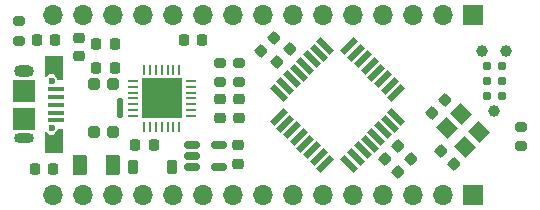
<source format=gbr>
%TF.GenerationSoftware,KiCad,Pcbnew,7.0.5-0*%
%TF.CreationDate,2023-06-05T20:56:04-04:00*%
%TF.ProjectId,mini_arduino_clone,6d696e69-5f61-4726-9475-696e6f5f636c,B*%
%TF.SameCoordinates,Original*%
%TF.FileFunction,Soldermask,Top*%
%TF.FilePolarity,Negative*%
%FSLAX46Y46*%
G04 Gerber Fmt 4.6, Leading zero omitted, Abs format (unit mm)*
G04 Created by KiCad (PCBNEW 7.0.5-0) date 2023-06-05 20:56:04*
%MOMM*%
%LPD*%
G01*
G04 APERTURE LIST*
G04 Aperture macros list*
%AMRoundRect*
0 Rectangle with rounded corners*
0 $1 Rounding radius*
0 $2 $3 $4 $5 $6 $7 $8 $9 X,Y pos of 4 corners*
0 Add a 4 corners polygon primitive as box body*
4,1,4,$2,$3,$4,$5,$6,$7,$8,$9,$2,$3,0*
0 Add four circle primitives for the rounded corners*
1,1,$1+$1,$2,$3*
1,1,$1+$1,$4,$5*
1,1,$1+$1,$6,$7*
1,1,$1+$1,$8,$9*
0 Add four rect primitives between the rounded corners*
20,1,$1+$1,$2,$3,$4,$5,0*
20,1,$1+$1,$4,$5,$6,$7,0*
20,1,$1+$1,$6,$7,$8,$9,0*
20,1,$1+$1,$8,$9,$2,$3,0*%
%AMRotRect*
0 Rectangle, with rotation*
0 The origin of the aperture is its center*
0 $1 length*
0 $2 width*
0 $3 Rotation angle, in degrees counterclockwise*
0 Add horizontal line*
21,1,$1,$2,0,0,$3*%
%AMFreePoly0*
4,1,9,1.050000,0.350000,0.550000,0.000000,0.550000,-0.400000,0.800000,-0.650000,0.800000,-0.800000,-1.050000,-0.800000,-1.050000,0.800000,1.050000,0.800000,1.050000,0.350000,1.050000,0.350000,$1*%
%AMFreePoly1*
4,1,9,1.050000,-0.800000,-0.800000,-0.800000,-0.800000,-0.650000,-0.550000,-0.400000,-0.550000,0.000000,-1.050000,0.350000,-1.050000,0.800000,1.050000,0.800000,1.050000,-0.800000,1.050000,-0.800000,$1*%
G04 Aperture macros list end*
%ADD10RotRect,1.600000X0.550000X135.000000*%
%ADD11RotRect,1.600000X0.550000X225.000000*%
%ADD12RoundRect,0.225000X0.017678X-0.335876X0.335876X-0.017678X-0.017678X0.335876X-0.335876X0.017678X0*%
%ADD13RoundRect,0.225000X0.225000X0.250000X-0.225000X0.250000X-0.225000X-0.250000X0.225000X-0.250000X0*%
%ADD14RoundRect,0.218750X0.256250X-0.218750X0.256250X0.218750X-0.256250X0.218750X-0.256250X-0.218750X0*%
%ADD15RoundRect,0.225000X-0.017678X0.335876X-0.335876X0.017678X0.017678X-0.335876X0.335876X-0.017678X0*%
%ADD16C,0.600000*%
%ADD17R,1.350000X0.400000*%
%ADD18FreePoly0,270.000000*%
%ADD19O,1.700000X1.000000*%
%ADD20R,1.900000X1.900000*%
%ADD21O,1.700000X0.850000*%
%ADD22FreePoly1,270.000000*%
%ADD23RoundRect,0.225000X-0.335876X-0.017678X-0.017678X-0.335876X0.335876X0.017678X0.017678X0.335876X0*%
%ADD24RoundRect,0.250000X-0.250000X0.250000X-0.250000X-0.250000X0.250000X-0.250000X0.250000X0.250000X0*%
%ADD25RoundRect,0.137500X-0.137500X0.712500X-0.137500X-0.712500X0.137500X-0.712500X0.137500X0.712500X0*%
%ADD26RoundRect,0.225000X-0.225000X-0.250000X0.225000X-0.250000X0.225000X0.250000X-0.225000X0.250000X0*%
%ADD27RoundRect,0.062500X-0.062500X0.337500X-0.062500X-0.337500X0.062500X-0.337500X0.062500X0.337500X0*%
%ADD28RoundRect,0.062500X-0.337500X0.062500X-0.337500X-0.062500X0.337500X-0.062500X0.337500X0.062500X0*%
%ADD29R,3.350000X3.350000*%
%ADD30RoundRect,0.225000X-0.250000X0.225000X-0.250000X-0.225000X0.250000X-0.225000X0.250000X0.225000X0*%
%ADD31RoundRect,0.200000X-0.275000X0.200000X-0.275000X-0.200000X0.275000X-0.200000X0.275000X0.200000X0*%
%ADD32RotRect,1.400000X1.200000X135.000000*%
%ADD33RoundRect,0.225000X0.225000X0.375000X-0.225000X0.375000X-0.225000X-0.375000X0.225000X-0.375000X0*%
%ADD34RoundRect,0.150000X-0.512500X-0.150000X0.512500X-0.150000X0.512500X0.150000X-0.512500X0.150000X0*%
%ADD35C,0.991000*%
%ADD36C,0.787000*%
%ADD37RoundRect,0.250000X-0.375000X-0.625000X0.375000X-0.625000X0.375000X0.625000X-0.375000X0.625000X0*%
%ADD38RoundRect,0.200000X0.275000X-0.200000X0.275000X0.200000X-0.275000X0.200000X-0.275000X-0.200000X0*%
%ADD39RoundRect,0.218750X0.218750X0.256250X-0.218750X0.256250X-0.218750X-0.256250X0.218750X-0.256250X0*%
%ADD40R,1.700000X1.700000*%
%ADD41O,1.700000X1.700000*%
G04 APERTURE END LIST*
D10*
%TO.C,U101*%
X29066722Y4031897D03*
X29632407Y4597583D03*
X30198093Y5163268D03*
X30763778Y5728953D03*
X31329464Y6294639D03*
X31895149Y6860324D03*
X32460834Y7426010D03*
X33026520Y7991695D03*
D11*
X33026520Y10042305D03*
X32460834Y10607990D03*
X31895149Y11173676D03*
X31329464Y11739361D03*
X30763778Y12305047D03*
X30198093Y12870732D03*
X29632407Y13436417D03*
X29066722Y14002103D03*
D10*
X27016112Y14002103D03*
X26450427Y13436417D03*
X25884741Y12870732D03*
X25319056Y12305047D03*
X24753370Y11739361D03*
X24187685Y11173676D03*
X23622000Y10607990D03*
X23056314Y10042305D03*
D11*
X23056314Y7991695D03*
X23622000Y7426010D03*
X24187685Y6860324D03*
X24753370Y6294639D03*
X25319056Y5728953D03*
X25884741Y5163268D03*
X26450427Y4597583D03*
X27016112Y4031897D03*
%TD*%
D12*
%TO.C,C107*%
X36082885Y8335479D03*
X37178901Y9431495D03*
%TD*%
D13*
%TO.C,C102*%
X4004893Y3549487D03*
X2454893Y3549487D03*
%TD*%
D14*
%TO.C,D101*%
X18088893Y7904987D03*
X18088893Y9479987D03*
%TD*%
D15*
%TO.C,C101*%
X24047101Y13774895D03*
X22951085Y12678879D03*
%TD*%
D16*
%TO.C,J101*%
X3865000Y11017000D03*
X3865000Y7017000D03*
D17*
X4190000Y10317000D03*
X4190000Y9667000D03*
X4190000Y9017000D03*
X4190000Y8367000D03*
X4190000Y7717000D03*
D18*
X4065000Y12117000D03*
D19*
X1515000Y11842000D03*
D20*
X1515000Y10217000D03*
X1515000Y7817000D03*
D21*
X1515000Y6192000D03*
D22*
X4065000Y5917000D03*
%TD*%
D23*
%TO.C,C103*%
X33161885Y5494495D03*
X34257901Y4398479D03*
%TD*%
D24*
%TO.C,SW101*%
X9059093Y10756487D03*
X9059093Y6756487D03*
X7459093Y10756487D03*
X7459093Y6756487D03*
D25*
X9634093Y8756487D03*
%TD*%
D26*
%TO.C,C201*%
X10938493Y5657687D03*
X12488493Y5657687D03*
%TD*%
D27*
%TO.C,U301*%
X14659893Y12005487D03*
X14159893Y12005487D03*
X13659893Y12005487D03*
X13159893Y12005487D03*
X12659893Y12005487D03*
X12159893Y12005487D03*
X11659893Y12005487D03*
D28*
X10709893Y11055487D03*
X10709893Y10555487D03*
X10709893Y10055487D03*
X10709893Y9555487D03*
X10709893Y9055487D03*
X10709893Y8555487D03*
X10709893Y8055487D03*
D27*
X11659893Y7105487D03*
X12159893Y7105487D03*
X12659893Y7105487D03*
X13159893Y7105487D03*
X13659893Y7105487D03*
X14159893Y7105487D03*
X14659893Y7105487D03*
D28*
X15609893Y8055487D03*
X15609893Y8555487D03*
X15609893Y9055487D03*
X15609893Y9555487D03*
X15609893Y10055487D03*
X15609893Y10555487D03*
X15609893Y11055487D03*
D29*
X13159893Y9555487D03*
%TD*%
D30*
%TO.C,C303*%
X6176293Y14713087D03*
X6176293Y13163087D03*
%TD*%
D31*
%TO.C,R106*%
X1045493Y16083887D03*
X1045493Y14433887D03*
%TD*%
D32*
%TO.C,Y101*%
X40041751Y6674710D03*
X38486116Y8230345D03*
X37284035Y7028264D03*
X38839670Y5472629D03*
%TD*%
D33*
%TO.C,D1*%
X14023893Y3727287D03*
X10723893Y3727287D03*
%TD*%
D31*
%TO.C,R104*%
X18088893Y12565487D03*
X18088893Y10915487D03*
%TD*%
D34*
%TO.C,U201*%
X15706793Y5642487D03*
X15706793Y4692487D03*
X15706793Y3742487D03*
X17981793Y3742487D03*
X17981793Y5642487D03*
%TD*%
D26*
%TO.C,C108*%
X15027893Y14471487D03*
X16577893Y14471487D03*
%TD*%
D15*
%TO.C,C104*%
X22700901Y14638495D03*
X21604885Y13542479D03*
%TD*%
D13*
%TO.C,C302*%
X9186493Y12134687D03*
X7636493Y12134687D03*
%TD*%
%TO.C,C301*%
X9186493Y14192087D03*
X7636493Y14192087D03*
%TD*%
D14*
%TO.C,D102*%
X19739893Y7904987D03*
X19739893Y9479987D03*
%TD*%
D35*
%TO.C,J102*%
X41329893Y8502487D03*
X40314893Y13582487D03*
X42344893Y13582487D03*
D36*
X41964893Y9772487D03*
X40694893Y9772487D03*
X41964893Y11042487D03*
X40694893Y11042487D03*
X41964893Y12312487D03*
X40694893Y12312487D03*
%TD*%
D37*
%TO.C,F101*%
X6274893Y3930487D03*
X9074893Y3930487D03*
%TD*%
D23*
%TO.C,C105*%
X36844885Y5113495D03*
X37940901Y4017479D03*
%TD*%
D30*
%TO.C,C202*%
X19638293Y5594487D03*
X19638293Y4044487D03*
%TD*%
D31*
%TO.C,R105*%
X19739893Y12565487D03*
X19739893Y10915487D03*
%TD*%
D38*
%TO.C,R103*%
X43615893Y5518487D03*
X43615893Y7168487D03*
%TD*%
D23*
%TO.C,C106*%
X32095085Y4427695D03*
X33191101Y3331679D03*
%TD*%
D39*
%TO.C,D103*%
X4169793Y14496887D03*
X2594793Y14496887D03*
%TD*%
D40*
%TO.C,J103*%
X39497000Y16627000D03*
D41*
X36957000Y16627000D03*
X34417000Y16627000D03*
X31877000Y16627000D03*
X29337000Y16627000D03*
X26797000Y16627000D03*
X24257000Y16627000D03*
X21717000Y16627000D03*
X19177000Y16627000D03*
X16637000Y16627000D03*
X14097000Y16627000D03*
X11557000Y16627000D03*
X9017000Y16627000D03*
X6477000Y16627000D03*
X3937000Y16627000D03*
%TD*%
D40*
%TO.C,J104*%
X39497000Y1387000D03*
D41*
X36957000Y1387000D03*
X34417000Y1387000D03*
X31877000Y1387000D03*
X29337000Y1387000D03*
X26797000Y1387000D03*
X24257000Y1387000D03*
X21717000Y1387000D03*
X19177000Y1387000D03*
X16637000Y1387000D03*
X14097000Y1387000D03*
X11557000Y1387000D03*
X9017000Y1387000D03*
X6477000Y1387000D03*
X3937000Y1387000D03*
%TD*%
M02*

</source>
